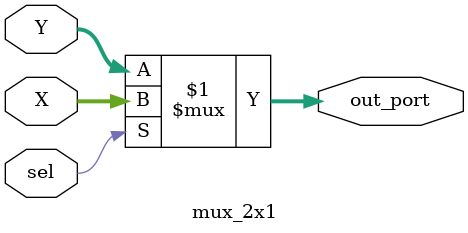
<source format=v>
`timescale 1ns/1ps
module mux_2x1(
    input [7:0] X,
    input [7:0] Y,
    input sel,
    output [7:0] out_port);

        assign out_port = sel ?X:Y;

endmodule 
</source>
